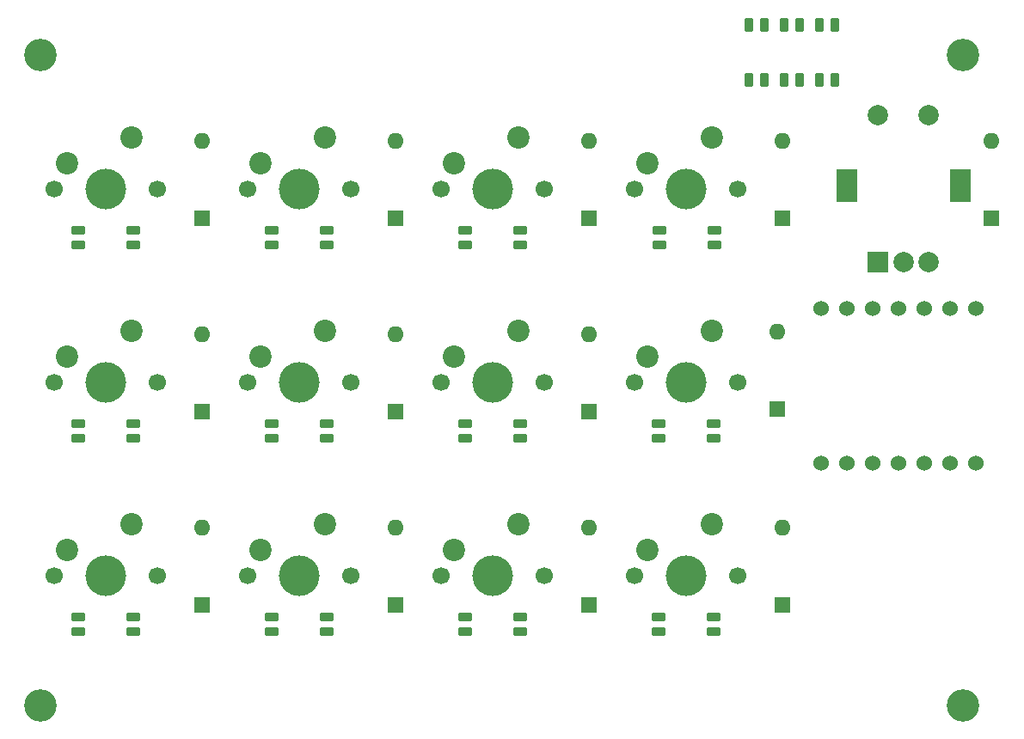
<source format=gbr>
%TF.GenerationSoftware,KiCad,Pcbnew,8.0.6*%
%TF.CreationDate,2025-07-07T10:53:34-04:00*%
%TF.ProjectId,tronzpad,74726f6e-7a70-4616-942e-6b696361645f,rev?*%
%TF.SameCoordinates,Original*%
%TF.FileFunction,Soldermask,Bot*%
%TF.FilePolarity,Negative*%
%FSLAX46Y46*%
G04 Gerber Fmt 4.6, Leading zero omitted, Abs format (unit mm)*
G04 Created by KiCad (PCBNEW 8.0.6) date 2025-07-07 10:53:34*
%MOMM*%
%LPD*%
G01*
G04 APERTURE LIST*
G04 Aperture macros list*
%AMRoundRect*
0 Rectangle with rounded corners*
0 $1 Rounding radius*
0 $2 $3 $4 $5 $6 $7 $8 $9 X,Y pos of 4 corners*
0 Add a 4 corners polygon primitive as box body*
4,1,4,$2,$3,$4,$5,$6,$7,$8,$9,$2,$3,0*
0 Add four circle primitives for the rounded corners*
1,1,$1+$1,$2,$3*
1,1,$1+$1,$4,$5*
1,1,$1+$1,$6,$7*
1,1,$1+$1,$8,$9*
0 Add four rect primitives between the rounded corners*
20,1,$1+$1,$2,$3,$4,$5,0*
20,1,$1+$1,$4,$5,$6,$7,0*
20,1,$1+$1,$6,$7,$8,$9,0*
20,1,$1+$1,$8,$9,$2,$3,0*%
G04 Aperture macros list end*
%ADD10C,1.700000*%
%ADD11C,4.000000*%
%ADD12C,2.200000*%
%ADD13C,1.524000*%
%ADD14C,3.200000*%
%ADD15R,2.000000X2.000000*%
%ADD16C,2.000000*%
%ADD17R,2.000000X3.200000*%
%ADD18R,1.600000X1.600000*%
%ADD19O,1.600000X1.600000*%
%ADD20RoundRect,0.205000X0.495000X0.205000X-0.495000X0.205000X-0.495000X-0.205000X0.495000X-0.205000X0*%
%ADD21RoundRect,0.205000X-0.205000X0.495000X-0.205000X-0.495000X0.205000X-0.495000X0.205000X0.495000X0*%
%ADD22RoundRect,0.205000X-0.495000X-0.205000X0.495000X-0.205000X0.495000X0.205000X-0.495000X0.205000X0*%
G04 APERTURE END LIST*
D10*
%TO.C,S10*%
X123928971Y-119860767D03*
D11*
X129008971Y-119860767D03*
D10*
X134088971Y-119860767D03*
D12*
X131548971Y-114780767D03*
X125198971Y-117320767D03*
%TD*%
D13*
%TO.C,U1*%
X195685471Y-93553267D03*
X193145471Y-93553267D03*
X190605471Y-93553267D03*
X188065471Y-93553267D03*
X185525471Y-93553267D03*
X182985471Y-93553267D03*
X180445471Y-93553267D03*
X180445471Y-108793267D03*
X182985471Y-108793267D03*
X185525471Y-108793267D03*
X188065471Y-108793267D03*
X190605471Y-108793267D03*
X193145471Y-108793267D03*
X195685471Y-108793267D03*
%TD*%
D10*
%TO.C,S5*%
X104878971Y-100810767D03*
D11*
X109958971Y-100810767D03*
D10*
X115038971Y-100810767D03*
D12*
X112498971Y-95730767D03*
X106148971Y-98270767D03*
%TD*%
D10*
%TO.C,S2*%
X123928971Y-81760767D03*
D11*
X129008971Y-81760767D03*
D10*
X134088971Y-81760767D03*
D12*
X131548971Y-76680767D03*
X125198971Y-79220767D03*
%TD*%
D10*
%TO.C,S3*%
X142978971Y-81760767D03*
D11*
X148058971Y-81760767D03*
D10*
X153138971Y-81760767D03*
D12*
X150598971Y-76680767D03*
X144248971Y-79220767D03*
%TD*%
D10*
%TO.C,S9*%
X104878971Y-119860767D03*
D11*
X109958971Y-119860767D03*
D10*
X115038971Y-119860767D03*
D12*
X112498971Y-114780767D03*
X106148971Y-117320767D03*
%TD*%
D10*
%TO.C,S1*%
X104878971Y-81760767D03*
D11*
X109958971Y-81760767D03*
D10*
X115038971Y-81760767D03*
D12*
X112498971Y-76680767D03*
X106148971Y-79220767D03*
%TD*%
D10*
%TO.C,S4*%
X162028971Y-81760767D03*
D11*
X167108971Y-81760767D03*
D10*
X172188971Y-81760767D03*
D12*
X169648971Y-76680767D03*
X163298971Y-79220767D03*
%TD*%
D10*
%TO.C,S7*%
X142978971Y-100810767D03*
D11*
X148058971Y-100810767D03*
D10*
X153138971Y-100810767D03*
D12*
X150598971Y-95730767D03*
X144248971Y-98270767D03*
%TD*%
D14*
%TO.C,H2*%
X194419831Y-68580027D03*
%TD*%
%TO.C,H4*%
X194409657Y-132594127D03*
%TD*%
D10*
%TO.C,S6*%
X123928971Y-100810767D03*
D11*
X129008971Y-100810767D03*
D10*
X134088971Y-100810767D03*
D12*
X131548971Y-95730767D03*
X125198971Y-98270767D03*
%TD*%
D14*
%TO.C,H3*%
X103563061Y-132599003D03*
%TD*%
D15*
%TO.C,SW1*%
X186027571Y-88923267D03*
D16*
X191027571Y-88923267D03*
X188527571Y-88923267D03*
D17*
X182927571Y-81423267D03*
X194127571Y-81423267D03*
D16*
X191027571Y-74423267D03*
X186027571Y-74423267D03*
%TD*%
D10*
%TO.C,S11*%
X142978971Y-119860767D03*
D11*
X148058971Y-119860767D03*
D10*
X153138971Y-119860767D03*
D12*
X150598971Y-114780767D03*
X144248971Y-117320767D03*
%TD*%
D10*
%TO.C,S12*%
X162028971Y-119860767D03*
D11*
X167108971Y-119860767D03*
D10*
X172188971Y-119860767D03*
D12*
X169648971Y-114780767D03*
X163298971Y-117320767D03*
%TD*%
D14*
%TO.C,H1*%
X103573231Y-68564907D03*
%TD*%
D10*
%TO.C,S8*%
X162028971Y-100810767D03*
D11*
X167108971Y-100810767D03*
D10*
X172188971Y-100810767D03*
D12*
X169648971Y-95730767D03*
X163298971Y-98270767D03*
%TD*%
D18*
%TO.C,D28*%
X197190000Y-84610000D03*
D19*
X197190000Y-76990000D03*
%TD*%
D18*
%TO.C,D11*%
X157581571Y-122715267D03*
D19*
X157581571Y-115095267D03*
%TD*%
D20*
%TO.C,D18*%
X107257571Y-104820467D03*
X107257571Y-106320467D03*
X112657571Y-106320467D03*
X112657571Y-104820467D03*
%TD*%
D21*
%TO.C,D24*%
X173333971Y-70973267D03*
X174833971Y-70973267D03*
X174833971Y-65573267D03*
X173333971Y-65573267D03*
%TD*%
D18*
%TO.C,D1*%
X119482371Y-84616067D03*
D19*
X119482371Y-76996067D03*
%TD*%
D18*
%TO.C,D7*%
X157583971Y-103668267D03*
D19*
X157583971Y-96048267D03*
%TD*%
D18*
%TO.C,D2*%
X138531971Y-84616067D03*
D19*
X138531971Y-76996067D03*
%TD*%
D22*
%TO.C,D20*%
X131707171Y-125370067D03*
X131707171Y-123870067D03*
X126307171Y-123870067D03*
X126307171Y-125370067D03*
%TD*%
%TO.C,D13*%
X131707171Y-87270867D03*
X131707171Y-85770867D03*
X126307171Y-85770867D03*
X126307171Y-87270867D03*
%TD*%
%TO.C,D15*%
X169918971Y-87270867D03*
X169918971Y-85770867D03*
X164518971Y-85770867D03*
X164518971Y-87270867D03*
%TD*%
D18*
%TO.C,D3*%
X157581571Y-84616067D03*
D19*
X157581571Y-76996067D03*
%TD*%
D18*
%TO.C,D10*%
X138531971Y-122715267D03*
D19*
X138531971Y-115095267D03*
%TD*%
D22*
%TO.C,D19*%
X112657571Y-125370067D03*
X112657571Y-123870067D03*
X107257571Y-123870067D03*
X107257571Y-125370067D03*
%TD*%
D18*
%TO.C,D5*%
X119483971Y-103668267D03*
D19*
X119483971Y-96048267D03*
%TD*%
D21*
%TO.C,D27*%
X180233971Y-70973267D03*
X181733971Y-70973267D03*
X181733971Y-65573267D03*
X180233971Y-65573267D03*
%TD*%
D18*
%TO.C,D9*%
X119482371Y-122715267D03*
D19*
X119482371Y-115095267D03*
%TD*%
D22*
%TO.C,D14*%
X150756771Y-87270867D03*
X150756771Y-85770867D03*
X145356771Y-85770867D03*
X145356771Y-87270867D03*
%TD*%
D18*
%TO.C,D6*%
X138533971Y-103668267D03*
D19*
X138533971Y-96048267D03*
%TD*%
D20*
%TO.C,D21*%
X164404971Y-104820467D03*
X164404971Y-106320467D03*
X169804971Y-106320467D03*
X169804971Y-104820467D03*
%TD*%
D22*
%TO.C,D25*%
X112657571Y-87270867D03*
X112657571Y-85770867D03*
X107257571Y-85770867D03*
X107257571Y-87270867D03*
%TD*%
D21*
%TO.C,D26*%
X176783971Y-70973267D03*
X178283971Y-70973267D03*
X178283971Y-65573267D03*
X176783971Y-65573267D03*
%TD*%
D22*
%TO.C,D23*%
X169825000Y-125370067D03*
X169825000Y-123870067D03*
X164425000Y-123870067D03*
X164425000Y-125370067D03*
%TD*%
D18*
%TO.C,D4*%
X176633971Y-84618267D03*
D19*
X176633971Y-76998267D03*
%TD*%
D20*
%TO.C,D17*%
X126307171Y-104820467D03*
X126307171Y-106320467D03*
X131707171Y-106320467D03*
X131707171Y-104820467D03*
%TD*%
D18*
%TO.C,D12*%
X176633971Y-122715267D03*
D19*
X176633971Y-115095267D03*
%TD*%
D18*
%TO.C,D8*%
X176073971Y-103453267D03*
D19*
X176073971Y-95833267D03*
%TD*%
D22*
%TO.C,D22*%
X150756771Y-125370067D03*
X150756771Y-123870067D03*
X145356771Y-123870067D03*
X145356771Y-125370067D03*
%TD*%
D20*
%TO.C,D16*%
X145356771Y-104820467D03*
X145356771Y-106320467D03*
X150756771Y-106320467D03*
X150756771Y-104820467D03*
%TD*%
M02*

</source>
